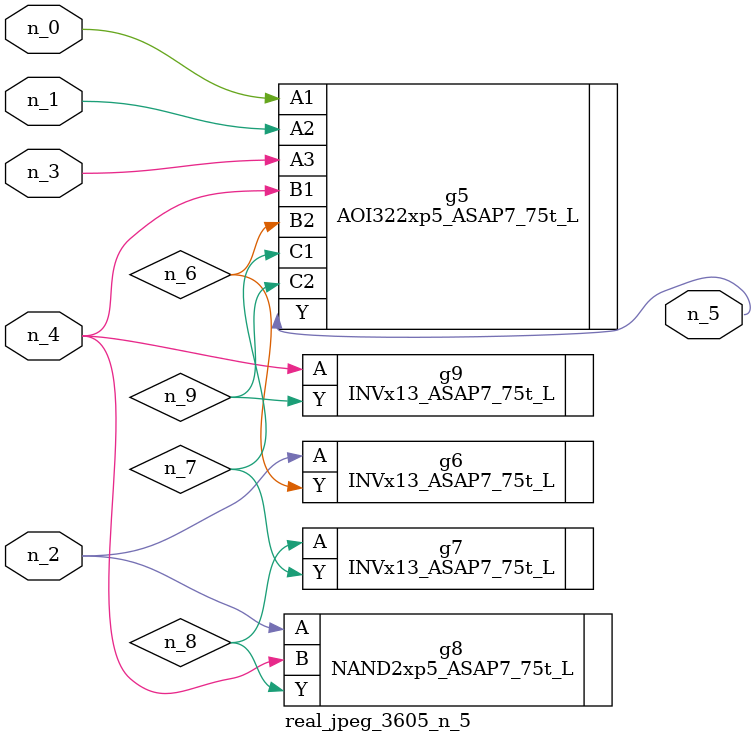
<source format=v>
module real_jpeg_3605_n_5 (n_4, n_0, n_1, n_2, n_3, n_5);

input n_4;
input n_0;
input n_1;
input n_2;
input n_3;

output n_5;

wire n_8;
wire n_6;
wire n_7;
wire n_9;

AOI322xp5_ASAP7_75t_L g5 ( 
.A1(n_0),
.A2(n_1),
.A3(n_3),
.B1(n_4),
.B2(n_6),
.C1(n_7),
.C2(n_9),
.Y(n_5)
);

INVx13_ASAP7_75t_L g6 ( 
.A(n_2),
.Y(n_6)
);

NAND2xp5_ASAP7_75t_L g8 ( 
.A(n_2),
.B(n_4),
.Y(n_8)
);

INVx13_ASAP7_75t_L g9 ( 
.A(n_4),
.Y(n_9)
);

INVx13_ASAP7_75t_L g7 ( 
.A(n_8),
.Y(n_7)
);


endmodule
</source>
